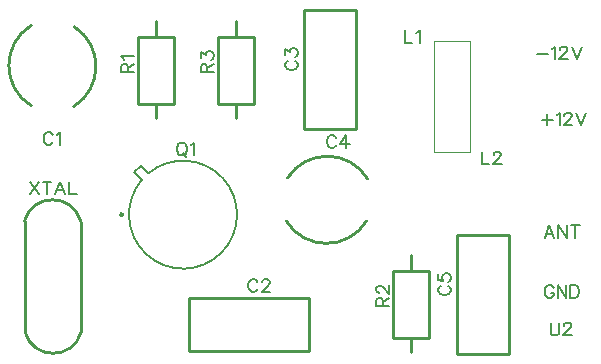
<source format=gto>
G04 Layer: TopSilkscreenLayer*
G04 EasyEDA v6.5.15, 2022-09-28 12:13:24*
G04 892822c75daf4fab94dfbcc76b8c5603,1f4112cc517544ad8a54913e61995025,10*
G04 Gerber Generator version 0.2*
G04 Scale: 100 percent, Rotated: No, Reflected: No *
G04 Dimensions in millimeters *
G04 leading zeros omitted , absolute positions ,4 integer and 5 decimal *
%FSLAX45Y45*%
%MOMM*%

%ADD10C,0.1524*%
%ADD11C,0.2540*%
%ADD12C,0.1000*%
%ADD13C,0.2007*%
%ADD14C,0.2489*%
%ADD15C,0.0156*%

%LPD*%
D10*
X1398770Y7811008D02*
G01*
X1393436Y7821421D01*
X1383022Y7831836D01*
X1372862Y7836915D01*
X1352034Y7836915D01*
X1341620Y7831836D01*
X1331206Y7821421D01*
X1325872Y7811008D01*
X1320792Y7795260D01*
X1320792Y7769352D01*
X1325872Y7753858D01*
X1331206Y7743444D01*
X1341620Y7733029D01*
X1352034Y7727950D01*
X1372862Y7727950D01*
X1383022Y7733029D01*
X1393436Y7743444D01*
X1398770Y7753858D01*
X1433060Y7816087D02*
G01*
X1443474Y7821421D01*
X1458968Y7836915D01*
X1458968Y7727950D01*
X3799077Y7785608D02*
G01*
X3793743Y7796021D01*
X3783329Y7806436D01*
X3773170Y7811515D01*
X3752341Y7811515D01*
X3741927Y7806436D01*
X3731513Y7796021D01*
X3726179Y7785608D01*
X3721100Y7769860D01*
X3721100Y7743952D01*
X3726179Y7728458D01*
X3731513Y7718044D01*
X3741927Y7707629D01*
X3752341Y7702550D01*
X3773170Y7702550D01*
X3783329Y7707629D01*
X3793743Y7718044D01*
X3799077Y7728458D01*
X3885184Y7811515D02*
G01*
X3833368Y7738871D01*
X3911345Y7738871D01*
X3885184Y7811515D02*
G01*
X3885184Y7702550D01*
X3132327Y6566408D02*
G01*
X3126993Y6576821D01*
X3116579Y6587236D01*
X3106420Y6592315D01*
X3085591Y6592315D01*
X3075177Y6587236D01*
X3064763Y6576821D01*
X3059429Y6566408D01*
X3054350Y6550660D01*
X3054350Y6524752D01*
X3059429Y6509257D01*
X3064763Y6498844D01*
X3075177Y6488429D01*
X3085591Y6483350D01*
X3106420Y6483350D01*
X3116579Y6488429D01*
X3126993Y6498844D01*
X3132327Y6509257D01*
X3171697Y6566408D02*
G01*
X3171697Y6571487D01*
X3177031Y6581902D01*
X3182111Y6587236D01*
X3192525Y6592315D01*
X3213354Y6592315D01*
X3223768Y6587236D01*
X3228847Y6581902D01*
X3234181Y6571487D01*
X3234181Y6561073D01*
X3228847Y6550660D01*
X3218434Y6535165D01*
X3166618Y6483350D01*
X3239261Y6483350D01*
X3390391Y8440928D02*
G01*
X3379977Y8435594D01*
X3369563Y8425179D01*
X3364484Y8415020D01*
X3364484Y8394192D01*
X3369563Y8383778D01*
X3379977Y8373363D01*
X3390391Y8368029D01*
X3406140Y8362950D01*
X3432047Y8362950D01*
X3447541Y8368029D01*
X3457956Y8373363D01*
X3468370Y8383778D01*
X3473450Y8394192D01*
X3473450Y8415020D01*
X3468370Y8425179D01*
X3457956Y8435594D01*
X3447541Y8440928D01*
X3364484Y8485631D02*
G01*
X3364484Y8542781D01*
X3406140Y8511539D01*
X3406140Y8527034D01*
X3411220Y8537447D01*
X3416300Y8542781D01*
X3432047Y8547862D01*
X3442461Y8547862D01*
X3457956Y8542781D01*
X3468370Y8532368D01*
X3473450Y8516620D01*
X3473450Y8501126D01*
X3468370Y8485631D01*
X3463290Y8480297D01*
X3452875Y8475218D01*
X4685791Y6535928D02*
G01*
X4675377Y6530594D01*
X4664963Y6520179D01*
X4659884Y6510020D01*
X4659884Y6489192D01*
X4664963Y6478778D01*
X4675377Y6468363D01*
X4685791Y6463029D01*
X4701540Y6457950D01*
X4727447Y6457950D01*
X4742941Y6463029D01*
X4753356Y6468363D01*
X4763770Y6478778D01*
X4768850Y6489192D01*
X4768850Y6510020D01*
X4763770Y6520179D01*
X4753356Y6530594D01*
X4742941Y6535928D01*
X4659884Y6632447D02*
G01*
X4659884Y6580631D01*
X4706620Y6575297D01*
X4701540Y6580631D01*
X4696206Y6596126D01*
X4696206Y6611620D01*
X4701540Y6627368D01*
X4711700Y6637781D01*
X4727447Y6642862D01*
X4737861Y6642862D01*
X4753356Y6637781D01*
X4763770Y6627368D01*
X4768850Y6611620D01*
X4768850Y6596126D01*
X4763770Y6580631D01*
X4758690Y6575297D01*
X4748275Y6570218D01*
X4381500Y8700515D02*
G01*
X4381500Y8591550D01*
X4381500Y8591550D02*
G01*
X4443729Y8591550D01*
X4478020Y8679687D02*
G01*
X4488434Y8685021D01*
X4504181Y8700515D01*
X4504181Y8591550D01*
X2482341Y7748015D02*
G01*
X2471927Y7742936D01*
X2461513Y7732521D01*
X2456179Y7722108D01*
X2451100Y7706360D01*
X2451100Y7680452D01*
X2456179Y7664958D01*
X2461513Y7654544D01*
X2471927Y7644129D01*
X2482341Y7639050D01*
X2503170Y7639050D01*
X2513329Y7644129D01*
X2523743Y7654544D01*
X2529077Y7664958D01*
X2534158Y7680452D01*
X2534158Y7706360D01*
X2529077Y7722108D01*
X2523743Y7732521D01*
X2513329Y7742936D01*
X2503170Y7748015D01*
X2482341Y7748015D01*
X2497836Y7659623D02*
G01*
X2529077Y7628636D01*
X2568447Y7727187D02*
G01*
X2578861Y7732521D01*
X2594609Y7748015D01*
X2594609Y7639050D01*
X1980184Y8343900D02*
G01*
X2089150Y8343900D01*
X1980184Y8343900D02*
G01*
X1980184Y8390636D01*
X1985263Y8406129D01*
X1990597Y8411463D01*
X2001011Y8416544D01*
X2011425Y8416544D01*
X2021840Y8411463D01*
X2026920Y8406129D01*
X2032000Y8390636D01*
X2032000Y8343900D01*
X2032000Y8380221D02*
G01*
X2089150Y8416544D01*
X2001011Y8450834D02*
G01*
X1995677Y8461247D01*
X1980184Y8476995D01*
X2089150Y8476995D01*
X4139184Y6362700D02*
G01*
X4248150Y6362700D01*
X4139184Y6362700D02*
G01*
X4139184Y6409436D01*
X4144263Y6424929D01*
X4149597Y6430263D01*
X4160011Y6435344D01*
X4170425Y6435344D01*
X4180840Y6430263D01*
X4185920Y6424929D01*
X4191000Y6409436D01*
X4191000Y6362700D01*
X4191000Y6399021D02*
G01*
X4248150Y6435344D01*
X4165091Y6474968D02*
G01*
X4160011Y6474968D01*
X4149597Y6480047D01*
X4144263Y6485381D01*
X4139184Y6495795D01*
X4139184Y6516370D01*
X4144263Y6526784D01*
X4149597Y6532118D01*
X4160011Y6537197D01*
X4170425Y6537197D01*
X4180840Y6532118D01*
X4196334Y6521704D01*
X4248150Y6469634D01*
X4248150Y6542531D01*
X2653284Y8343900D02*
G01*
X2762250Y8343900D01*
X2653284Y8343900D02*
G01*
X2653284Y8390636D01*
X2658363Y8406129D01*
X2663697Y8411463D01*
X2674111Y8416544D01*
X2684525Y8416544D01*
X2694940Y8411463D01*
X2700020Y8406129D01*
X2705100Y8390636D01*
X2705100Y8343900D01*
X2705100Y8380221D02*
G01*
X2762250Y8416544D01*
X2653284Y8461247D02*
G01*
X2653284Y8518397D01*
X2694940Y8487410D01*
X2694940Y8502904D01*
X2700020Y8513318D01*
X2705100Y8518397D01*
X2720847Y8523731D01*
X2731261Y8523731D01*
X2746756Y8518397D01*
X2757170Y8507984D01*
X2762250Y8492489D01*
X2762250Y8476995D01*
X2757170Y8461247D01*
X2752090Y8456168D01*
X2741675Y8450834D01*
X5604268Y7049515D02*
G01*
X5562612Y6940550D01*
X5604268Y7049515D02*
G01*
X5645670Y6940550D01*
X5578106Y6976871D02*
G01*
X5630176Y6976871D01*
X5679960Y7049515D02*
G01*
X5679960Y6940550D01*
X5679960Y7049515D02*
G01*
X5752858Y6940550D01*
X5752858Y7049515D02*
G01*
X5752858Y6940550D01*
X5823470Y7049515D02*
G01*
X5823470Y6940550D01*
X5787148Y7049515D02*
G01*
X5859792Y7049515D01*
X5613412Y6224015D02*
G01*
X5613412Y6146037D01*
X5618492Y6130544D01*
X5628906Y6120129D01*
X5644654Y6115050D01*
X5655068Y6115050D01*
X5670562Y6120129D01*
X5680976Y6130544D01*
X5686056Y6146037D01*
X5686056Y6224015D01*
X5725680Y6198107D02*
G01*
X5725680Y6203187D01*
X5730760Y6213602D01*
X5736094Y6218936D01*
X5746508Y6224015D01*
X5767082Y6224015D01*
X5777496Y6218936D01*
X5782830Y6213602D01*
X5787910Y6203187D01*
X5787910Y6192773D01*
X5782830Y6182360D01*
X5772416Y6166865D01*
X5720346Y6115050D01*
X5793244Y6115050D01*
X5499100Y8498586D02*
G01*
X5592572Y8498586D01*
X5626861Y8539987D02*
G01*
X5637275Y8545321D01*
X5652770Y8560815D01*
X5652770Y8451850D01*
X5692393Y8534908D02*
G01*
X5692393Y8539987D01*
X5697474Y8550402D01*
X5702808Y8555736D01*
X5713222Y8560815D01*
X5734050Y8560815D01*
X5744209Y8555736D01*
X5749543Y8550402D01*
X5754624Y8539987D01*
X5754624Y8529574D01*
X5749543Y8519160D01*
X5739129Y8503665D01*
X5687059Y8451850D01*
X5759958Y8451850D01*
X5794247Y8560815D02*
G01*
X5835650Y8451850D01*
X5877306Y8560815D02*
G01*
X5835650Y8451850D01*
X5583936Y7986521D02*
G01*
X5583936Y7893050D01*
X5537200Y7939786D02*
G01*
X5630672Y7939786D01*
X5664961Y7981187D02*
G01*
X5675375Y7986521D01*
X5690870Y8002015D01*
X5690870Y7893050D01*
X5730493Y7976108D02*
G01*
X5730493Y7981187D01*
X5735574Y7991602D01*
X5740908Y7996936D01*
X5751322Y8002015D01*
X5772150Y8002015D01*
X5782309Y7996936D01*
X5787643Y7991602D01*
X5792724Y7981187D01*
X5792724Y7970773D01*
X5787643Y7960360D01*
X5777229Y7944865D01*
X5725159Y7893050D01*
X5798058Y7893050D01*
X5832347Y8002015D02*
G01*
X5873750Y7893050D01*
X5915406Y8002015D02*
G01*
X5873750Y7893050D01*
X1206510Y7417815D02*
G01*
X1279154Y7308850D01*
X1279154Y7417815D02*
G01*
X1206510Y7308850D01*
X1350020Y7417815D02*
G01*
X1350020Y7308850D01*
X1313444Y7417815D02*
G01*
X1386342Y7417815D01*
X1462034Y7417815D02*
G01*
X1420632Y7308850D01*
X1462034Y7417815D02*
G01*
X1503690Y7308850D01*
X1436126Y7345171D02*
G01*
X1488196Y7345171D01*
X1537980Y7417815D02*
G01*
X1537980Y7308850D01*
X1537980Y7308850D02*
G01*
X1600210Y7308850D01*
X5640577Y6515607D02*
G01*
X5635243Y6526021D01*
X5624829Y6536436D01*
X5614670Y6541515D01*
X5593841Y6541515D01*
X5583427Y6536436D01*
X5573013Y6526021D01*
X5567679Y6515607D01*
X5562600Y6499860D01*
X5562600Y6473952D01*
X5567679Y6458457D01*
X5573013Y6448044D01*
X5583427Y6437629D01*
X5593841Y6432550D01*
X5614670Y6432550D01*
X5624829Y6437629D01*
X5635243Y6448044D01*
X5640577Y6458457D01*
X5640577Y6473952D01*
X5614670Y6473952D02*
G01*
X5640577Y6473952D01*
X5674868Y6541515D02*
G01*
X5674868Y6432550D01*
X5674868Y6541515D02*
G01*
X5747511Y6432550D01*
X5747511Y6541515D02*
G01*
X5747511Y6432550D01*
X5781802Y6541515D02*
G01*
X5781802Y6432550D01*
X5781802Y6541515D02*
G01*
X5818124Y6541515D01*
X5833872Y6536436D01*
X5844286Y6526021D01*
X5849365Y6515607D01*
X5854700Y6499860D01*
X5854700Y6473952D01*
X5849365Y6458457D01*
X5844286Y6448044D01*
X5833872Y6437629D01*
X5818124Y6432550D01*
X5781802Y6432550D01*
X5029200Y7671815D02*
G01*
X5029200Y7562850D01*
X5029200Y7562850D02*
G01*
X5091429Y7562850D01*
X5131054Y7645908D02*
G01*
X5131054Y7650987D01*
X5136134Y7661402D01*
X5141468Y7666736D01*
X5151881Y7671815D01*
X5172709Y7671815D01*
X5182870Y7666736D01*
X5188204Y7661402D01*
X5193284Y7650987D01*
X5193284Y7640573D01*
X5188204Y7630160D01*
X5177790Y7614665D01*
X5125720Y7562850D01*
X5198618Y7562850D01*
D11*
X3562654Y5987300D02*
G01*
X2562659Y5987300D01*
X2555702Y5987300D02*
G01*
X2555702Y6433299D01*
X3565697Y6433312D02*
G01*
X3565700Y5987300D01*
X2555702Y6433312D02*
G01*
X3565700Y6433312D01*
X3969499Y8871254D02*
G01*
X3969499Y7871259D01*
X3969499Y7864302D02*
G01*
X3523500Y7864302D01*
X3523488Y8874297D02*
G01*
X3969499Y8874300D01*
X3523488Y7864302D02*
G01*
X3523488Y8874300D01*
X5264899Y6966254D02*
G01*
X5264899Y5966259D01*
X5264899Y5959302D02*
G01*
X4818900Y5959302D01*
X4818888Y6969297D02*
G01*
X5264899Y6969300D01*
X4818888Y5959302D02*
G01*
X4818888Y6969300D01*
D12*
X4630371Y8072053D02*
G01*
X4630371Y8610600D01*
X4926705Y8610600D01*
X4927600Y8610600D02*
G01*
X4927600Y8064500D01*
X4630371Y7670800D02*
G01*
X4630371Y8072053D01*
X4927600Y8076824D02*
G01*
X4927600Y7670800D01*
X4635500Y7670800D01*
D13*
X2207513Y7487412D02*
G01*
X2144522Y7550404D01*
X2088895Y7494778D01*
X2151888Y7431786D01*
D11*
X2273300Y8775700D02*
G01*
X2273300Y8648700D01*
X2273300Y7959813D02*
G01*
X2273300Y8064500D01*
X2120900Y8070850D02*
G01*
X2120900Y8642350D01*
X2425700Y8642350D01*
X2425700Y8070850D01*
X2120900Y8070850D01*
X4432300Y6794500D02*
G01*
X4432300Y6667500D01*
X4432300Y5978613D02*
G01*
X4432300Y6083300D01*
X4279900Y6089650D02*
G01*
X4279900Y6661150D01*
X4584700Y6661150D01*
X4584700Y6089650D01*
X4279900Y6089650D01*
X2946400Y8775700D02*
G01*
X2946400Y8648700D01*
X2946400Y7959813D02*
G01*
X2946400Y8064500D01*
X2794000Y8070850D02*
G01*
X2794000Y8642350D01*
X3098800Y8642350D01*
X3098800Y8070850D01*
X2794000Y8070850D01*
X1165860Y6146800D02*
G01*
X1160779Y7084060D01*
X1635760Y7076439D02*
G01*
X1639580Y6142230D01*
G75*
G01*
X1574800Y8051800D02*
G03*
X1581551Y8728591I-209866J340523D01*
G75*
G01*
X1217371Y8740574D02*
G03*
X1217689Y8058960I209563J-340709D01*
G75*
G01*
X4064000Y7442200D02*
G03*
X3387209Y7448951I-340523J-209866D01*
G75*
G01*
X3375226Y7084771D02*
G03*
X4056840Y7085089I340709J209563D01*
D14*
G75*
G01*
X1992122Y7137400D02*
G03*
X1992122Y7137146I-12445J-127D01*
D13*
G75*
G01*
X2152142Y7431786D02*
G03*
X2207514Y7487158I349788J-294416D01*
D11*
G75*
G01*
X1159500Y7084525D02*
G02*
X1634500Y7084525I237500J-67490D01*
G75*
G01*
X1639580Y6142231D02*
G02*
X1164580Y6142231I-237500J68303D01*
M02*

</source>
